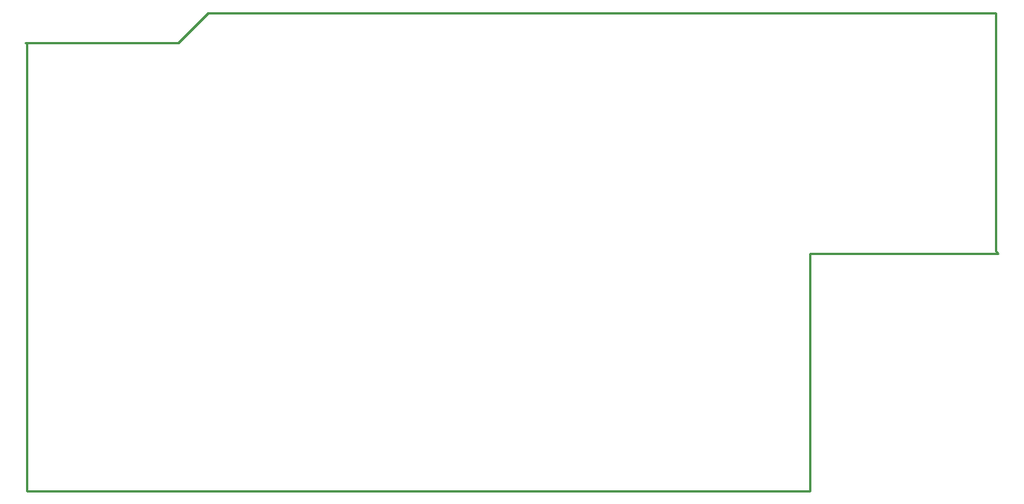
<source format=gko>
G04 Layer: BoardOutline*
G04 EasyEDA v6.4.23, 2021-09-03T17:21:03+02:00*
G04 aeee774bf32f4d08b0fc01e64f25dcb3,11806c6667b54f078b534f3636c84428,10*
G04 Gerber Generator version 0.2*
G04 Scale: 100 percent, Rotated: No, Reflected: No *
G04 Dimensions in millimeters *
G04 leading zeros omitted , absolute positions ,4 integer and 5 decimal *
%FSLAX45Y45*%
%MOMM*%

%ADD10C,0.2540*%
D10*
X736600Y12496800D02*
G01*
X736600Y12509500D01*
X2413000Y12509500D01*
X2743200Y12839700D01*
X11391900Y12839700D01*
X11468100Y12839700D01*
X11468100Y12099289D01*
X11468100Y10198100D01*
X11493500Y10172700D01*
X11303000Y10172700D01*
X9410700Y10172700D01*
X9410700Y7543800D01*
X736600Y7543800D01*
X736600Y12509500D01*
X723900Y12509500D01*

%LPD*%
M02*

</source>
